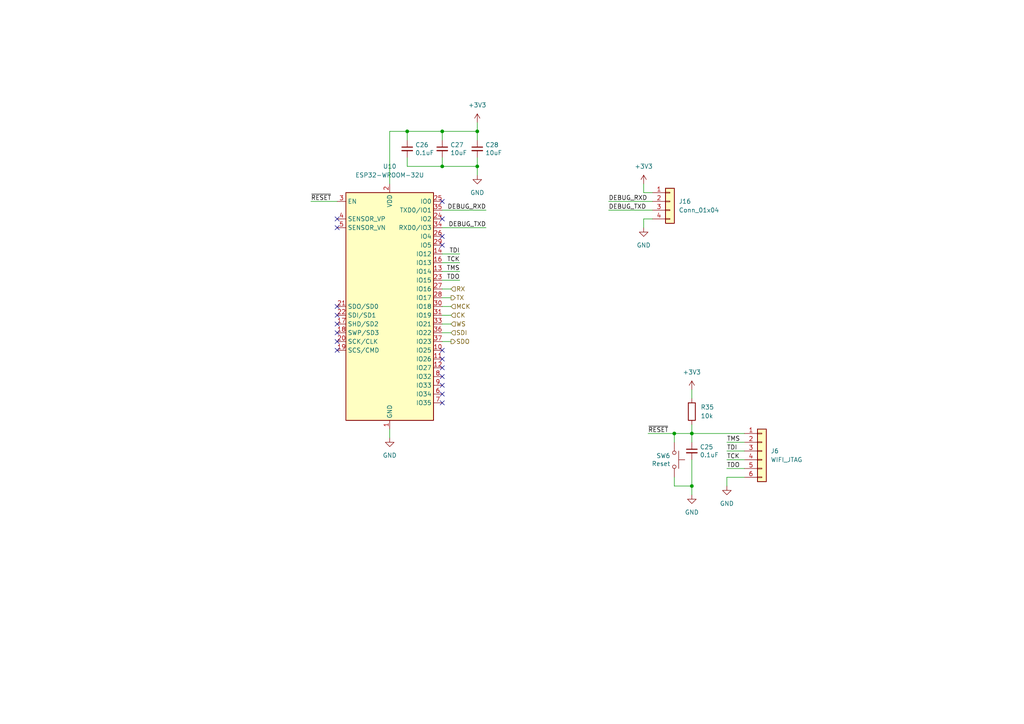
<source format=kicad_sch>
(kicad_sch (version 20210621) (generator eeschema)
  (paper "A4")
  (lib_symbols
    (symbol "Connector_Generic:Conn_01x04" (pin_names (offset 1.016) hide)
      (property "Reference" "J" (at 0 5.08 0))
      (property "Value" "Conn_01x04" (at 0 -7.62 0))
      (symbol "Conn_01x04_1_1"
        (rectangle (start -1.27 -4.953) (end 0 -5.207) (stroke (width 0.1524)))
        (rectangle (start -1.27 -2.413) (end 0 -2.667) (stroke (width 0.1524)))
        (rectangle (start -1.27 0.127) (end 0 -0.127) (stroke (width 0.1524)))
        (rectangle (start -1.27 2.667) (end 0 2.413) (stroke (width 0.1524)))
        (rectangle (start -1.27 3.81) (end 1.27 -6.35) (stroke (width 0.254)) (fill (type background)))
        (pin passive line (at -5.08 2.54 0) (length 3.81) (name "Pin_1") (number "1"))
        (pin passive line (at -5.08 0 0) (length 3.81) (name "Pin_2") (number "2"))
        (pin passive line (at -5.08 -2.54 0) (length 3.81) (name "Pin_3") (number "3"))
        (pin passive line (at -5.08 -5.08 0) (length 3.81) (name "Pin_4") (number "4"))
      )
    )
    (symbol "Connector_Generic:Conn_01x06" (pin_names (offset 1.016) hide)
      (property "Reference" "J" (at 0 7.62 0))
      (property "Value" "Conn_01x06" (at 0 -10.16 0))
      (symbol "Conn_01x06_1_1"
        (rectangle (start -1.27 -7.493) (end 0 -7.747) (stroke (width 0.1524)))
        (rectangle (start -1.27 -4.953) (end 0 -5.207) (stroke (width 0.1524)))
        (rectangle (start -1.27 -2.413) (end 0 -2.667) (stroke (width 0.1524)))
        (rectangle (start -1.27 0.127) (end 0 -0.127) (stroke (width 0.1524)))
        (rectangle (start -1.27 2.667) (end 0 2.413) (stroke (width 0.1524)))
        (rectangle (start -1.27 5.207) (end 0 4.953) (stroke (width 0.1524)))
        (rectangle (start -1.27 6.35) (end 1.27 -8.89) (stroke (width 0.254)) (fill (type background)))
        (pin passive line (at -5.08 5.08 0) (length 3.81) (name "Pin_1") (number "1"))
        (pin passive line (at -5.08 2.54 0) (length 3.81) (name "Pin_2") (number "2"))
        (pin passive line (at -5.08 0 0) (length 3.81) (name "Pin_3") (number "3"))
        (pin passive line (at -5.08 -2.54 0) (length 3.81) (name "Pin_4") (number "4"))
        (pin passive line (at -5.08 -5.08 0) (length 3.81) (name "Pin_5") (number "5"))
        (pin passive line (at -5.08 -7.62 0) (length 3.81) (name "Pin_6") (number "6"))
      )
    )
    (symbol "Device:C_Small" (pin_numbers hide) (pin_names (offset 0.254) hide)
      (property "Reference" "C" (at 0.254 1.778 0))
      (property "Value" "C_Small" (at 0.254 -2.032 0))
      (symbol "C_Small_0_1"
        (polyline (pts (xy -1.524 -0.508) (xy 1.524 -0.508)) (stroke (width 0.3302)))
        (polyline (pts (xy -1.524 0.508) (xy 1.524 0.508)) (stroke (width 0.3048)))
      )
      (symbol "C_Small_1_1"
        (pin passive line (at 0 2.54 270) (length 2.032) (name "~") (number "1"))
        (pin passive line (at 0 -2.54 90) (length 2.032) (name "~") (number "2"))
      )
    )
    (symbol "Device:R" (pin_numbers hide) (pin_names (offset 0))
      (property "Reference" "R" (at 2.032 0 90))
      (property "Value" "R" (at 0 0 90))
      (symbol "R_0_1"
        (rectangle (start -1.016 -2.54) (end 1.016 2.54) (stroke (width 0.254)))
      )
      (symbol "R_1_1"
        (pin passive line (at 0 3.81 270) (length 1.27) (name "~") (number "1"))
        (pin passive line (at 0 -3.81 90) (length 1.27) (name "~") (number "2"))
      )
    )
    (symbol "RF_Module:ESP32-WROOM-32U"
      (property "Reference" "U" (at -12.7 34.29 0))
      (property "Value" "ESP32-WROOM-32U" (at 1.27 34.29 0))
      (symbol "ESP32-WROOM-32U_0_1"
        (rectangle (start -12.7 33.02) (end 12.7 -33.02) (stroke (width 0.254)) (fill (type background)))
      )
      (symbol "ESP32-WROOM-32U_1_1"
        (pin power_in line (at 0 -35.56 90) (length 2.54) (name "GND") (number "1"))
        (pin bidirectional line (at 15.24 -12.7 180) (length 2.54) (name "IO25") (number "10"))
        (pin bidirectional line (at 15.24 -15.24 180) (length 2.54) (name "IO26") (number "11"))
        (pin bidirectional line (at 15.24 -17.78 180) (length 2.54) (name "IO27") (number "12"))
        (pin bidirectional line (at 15.24 10.16 180) (length 2.54) (name "IO14") (number "13"))
        (pin bidirectional line (at 15.24 15.24 180) (length 2.54) (name "IO12") (number "14"))
        (pin passive line (at 0 -35.56 90) (length 2.54) hide (name "GND") (number "15"))
        (pin bidirectional line (at 15.24 12.7 180) (length 2.54) (name "IO13") (number "16"))
        (pin bidirectional line (at -15.24 -5.08 0) (length 2.54) (name "SHD/SD2") (number "17"))
        (pin bidirectional line (at -15.24 -7.62 0) (length 2.54) (name "SWP/SD3") (number "18"))
        (pin bidirectional line (at -15.24 -12.7 0) (length 2.54) (name "SCS/CMD") (number "19"))
        (pin power_in line (at 0 35.56 270) (length 2.54) (name "VDD") (number "2"))
        (pin bidirectional line (at -15.24 -10.16 0) (length 2.54) (name "SCK/CLK") (number "20"))
        (pin bidirectional line (at -15.24 0 0) (length 2.54) (name "SDO/SD0") (number "21"))
        (pin bidirectional line (at -15.24 -2.54 0) (length 2.54) (name "SDI/SD1") (number "22"))
        (pin bidirectional line (at 15.24 7.62 180) (length 2.54) (name "IO15") (number "23"))
        (pin bidirectional line (at 15.24 25.4 180) (length 2.54) (name "IO2") (number "24"))
        (pin bidirectional line (at 15.24 30.48 180) (length 2.54) (name "IO0") (number "25"))
        (pin bidirectional line (at 15.24 20.32 180) (length 2.54) (name "IO4") (number "26"))
        (pin bidirectional line (at 15.24 5.08 180) (length 2.54) (name "IO16") (number "27"))
        (pin bidirectional line (at 15.24 2.54 180) (length 2.54) (name "IO17") (number "28"))
        (pin bidirectional line (at 15.24 17.78 180) (length 2.54) (name "IO5") (number "29"))
        (pin input line (at -15.24 30.48 0) (length 2.54) (name "EN") (number "3"))
        (pin bidirectional line (at 15.24 0 180) (length 2.54) (name "IO18") (number "30"))
        (pin bidirectional line (at 15.24 -2.54 180) (length 2.54) (name "IO19") (number "31"))
        (pin no_connect line (at -12.7 -27.94 0) (length 2.54) hide (name "NC") (number "32"))
        (pin bidirectional line (at 15.24 -5.08 180) (length 2.54) (name "IO21") (number "33"))
        (pin bidirectional line (at 15.24 22.86 180) (length 2.54) (name "RXD0/IO3") (number "34"))
        (pin bidirectional line (at 15.24 27.94 180) (length 2.54) (name "TXD0/IO1") (number "35"))
        (pin bidirectional line (at 15.24 -7.62 180) (length 2.54) (name "IO22") (number "36"))
        (pin bidirectional line (at 15.24 -10.16 180) (length 2.54) (name "IO23") (number "37"))
        (pin passive line (at 0 -35.56 90) (length 2.54) hide (name "GND") (number "38"))
        (pin passive line (at 0 -35.56 90) (length 2.54) hide (name "GND") (number "39"))
        (pin input line (at -15.24 25.4 0) (length 2.54) (name "SENSOR_VP") (number "4"))
        (pin input line (at -15.24 22.86 0) (length 2.54) (name "SENSOR_VN") (number "5"))
        (pin input line (at 15.24 -25.4 180) (length 2.54) (name "IO34") (number "6"))
        (pin input line (at 15.24 -27.94 180) (length 2.54) (name "IO35") (number "7"))
        (pin bidirectional line (at 15.24 -20.32 180) (length 2.54) (name "IO32") (number "8"))
        (pin bidirectional line (at 15.24 -22.86 180) (length 2.54) (name "IO33") (number "9"))
      )
    )
    (symbol "Switch:SW_Push" (pin_numbers hide) (pin_names (offset 1.016) hide)
      (property "Reference" "SW" (at 1.27 2.54 0))
      (property "Value" "SW_Push" (at 0 -1.524 0))
      (symbol "SW_Push_0_1"
        (circle (center -2.032 0) (radius 0.508))
        (polyline (pts (xy 0 1.27) (xy 0 3.048)))
        (polyline (pts (xy 2.54 1.27) (xy -2.54 1.27)))
        (circle (center 2.032 0) (radius 0.508))
        (pin passive line (at -5.08 0 0) (length 2.54) (name "1") (number "1"))
        (pin passive line (at 5.08 0 180) (length 2.54) (name "2") (number "2"))
      )
    )
    (symbol "power:+3.3V" (power) (pin_names (offset 0))
      (property "Value" "+3.3V" (at 0 3.556 0))
      (symbol "+3.3V_0_1"
        (polyline (pts (xy -0.762 1.27) (xy 0 2.54)))
        (polyline (pts (xy 0 0) (xy 0 2.54)))
        (polyline (pts (xy 0 2.54) (xy 0.762 1.27)))
      )
      (symbol "+3.3V_1_1"
        (pin power_in line (at 0 0 90) (length 0) hide (name "+3V3") (number "1"))
      )
    )
    (symbol "power:GND" (power) (pin_names (offset 0))
      (property "Value" "GND" (at 0 -3.81 0))
      (symbol "GND_0_1"
        (polyline (pts (xy 0 0) (xy 0 -1.27) (xy 1.27 -1.27) (xy 0 -2.54) (xy -1.27 -1.27) (xy 0 -1.27)))
      )
      (symbol "GND_1_1"
        (pin power_in line (at 0 0 270) (length 0) hide (name "GND") (number "1"))
      )
    )
  )
  (junction (at 200.66 140.97))
  (junction (at 195.58 125.73))
  (junction (at 138.43 38.1))
  (junction (at 128.27 48.26))
  (junction (at 200.66 125.73))
  (junction (at 138.43 48.26))
  (junction (at 128.27 38.1))
  (junction (at 118.11 38.1))
  (no_connect (at 128.27 101.6))
  (no_connect (at 128.27 104.14))
  (no_connect (at 128.27 106.68))
  (no_connect (at 128.27 109.22))
  (no_connect (at 128.27 111.76))
  (no_connect (at 128.27 114.3))
  (no_connect (at 128.27 116.84))
  (no_connect (at 128.27 58.42))
  (no_connect (at 128.27 63.5))
  (no_connect (at 128.27 68.58))
  (no_connect (at 128.27 71.12))
  (no_connect (at 97.79 63.5))
  (no_connect (at 97.79 66.04))
  (no_connect (at 97.79 88.9))
  (no_connect (at 97.79 91.44))
  (no_connect (at 97.79 93.98))
  (no_connect (at 97.79 96.52))
  (no_connect (at 97.79 99.06))
  (no_connect (at 97.79 101.6))
  (wire (pts (xy 128.27 73.66) (xy 133.35 73.66)))
  (wire (pts (xy 113.03 38.1) (xy 118.11 38.1)))
  (wire (pts (xy 113.03 53.34) (xy 113.03 38.1)))
  (wire (pts (xy 128.27 81.28) (xy 133.35 81.28)))
  (wire (pts (xy 140.97 66.04) (xy 128.27 66.04)))
  (wire (pts (xy 200.66 123.19) (xy 200.66 125.73)))
  (wire (pts (xy 128.27 38.1) (xy 118.11 38.1)))
  (wire (pts (xy 118.11 38.1) (xy 118.11 40.64)))
  (wire (pts (xy 138.43 38.1) (xy 128.27 38.1)))
  (wire (pts (xy 138.43 40.64) (xy 138.43 38.1)))
  (wire (pts (xy 210.82 135.89) (xy 215.9 135.89)))
  (wire (pts (xy 215.9 133.35) (xy 210.82 133.35)))
  (wire (pts (xy 113.03 124.46) (xy 113.03 127)))
  (wire (pts (xy 128.27 99.06) (xy 130.81 99.06)))
  (wire (pts (xy 90.17 58.42) (xy 97.79 58.42)))
  (wire (pts (xy 176.53 60.96) (xy 189.23 60.96)))
  (wire (pts (xy 200.66 113.03) (xy 200.66 115.57)))
  (wire (pts (xy 128.27 96.52) (xy 130.81 96.52)))
  (wire (pts (xy 210.82 128.27) (xy 215.9 128.27)))
  (wire (pts (xy 186.69 55.88) (xy 186.69 53.34)))
  (wire (pts (xy 189.23 55.88) (xy 186.69 55.88)))
  (wire (pts (xy 200.66 125.73) (xy 200.66 128.27)))
  (wire (pts (xy 118.11 48.26) (xy 128.27 48.26)))
  (wire (pts (xy 118.11 45.72) (xy 118.11 48.26)))
  (wire (pts (xy 128.27 48.26) (xy 138.43 48.26)))
  (wire (pts (xy 195.58 138.43) (xy 195.58 140.97)))
  (wire (pts (xy 195.58 140.97) (xy 200.66 140.97)))
  (wire (pts (xy 215.9 130.81) (xy 210.82 130.81)))
  (wire (pts (xy 128.27 88.9) (xy 130.81 88.9)))
  (wire (pts (xy 187.96 125.73) (xy 195.58 125.73)))
  (wire (pts (xy 195.58 125.73) (xy 200.66 125.73)))
  (wire (pts (xy 200.66 125.73) (xy 215.9 125.73)))
  (wire (pts (xy 176.53 58.42) (xy 189.23 58.42)))
  (wire (pts (xy 140.97 60.96) (xy 128.27 60.96)))
  (wire (pts (xy 210.82 138.43) (xy 215.9 138.43)))
  (wire (pts (xy 210.82 140.97) (xy 210.82 138.43)))
  (wire (pts (xy 128.27 76.2) (xy 133.35 76.2)))
  (wire (pts (xy 128.27 78.74) (xy 133.35 78.74)))
  (wire (pts (xy 128.27 38.1) (xy 128.27 40.64)))
  (wire (pts (xy 128.27 93.98) (xy 130.81 93.98)))
  (wire (pts (xy 128.27 86.36) (xy 130.81 86.36)))
  (wire (pts (xy 128.27 45.72) (xy 128.27 48.26)))
  (wire (pts (xy 128.27 83.82) (xy 130.81 83.82)))
  (wire (pts (xy 128.27 91.44) (xy 130.81 91.44)))
  (wire (pts (xy 138.43 35.56) (xy 138.43 38.1)))
  (wire (pts (xy 200.66 133.35) (xy 200.66 140.97)))
  (wire (pts (xy 200.66 140.97) (xy 200.66 143.51)))
  (wire (pts (xy 186.69 63.5) (xy 189.23 63.5)))
  (wire (pts (xy 186.69 66.04) (xy 186.69 63.5)))
  (wire (pts (xy 195.58 125.73) (xy 195.58 128.27)))
  (wire (pts (xy 138.43 45.72) (xy 138.43 48.26)))
  (wire (pts (xy 138.43 48.26) (xy 138.43 50.8)))
  (label "DEBUG_RXD" (at 176.53 58.42 0))
  (label "~{RESET}" (at 187.96 125.73 0))
  (label "TMS" (at 133.35 78.74 180))
  (label "~{RESET}" (at 90.17 58.42 0))
  (label "DEBUG_TXD" (at 140.97 66.04 180))
  (label "TCK" (at 133.35 76.2 180))
  (label "TCK" (at 210.82 133.35 0))
  (label "TDO" (at 133.35 81.28 180))
  (label "DEBUG_TXD" (at 176.53 60.96 0))
  (label "TDO" (at 210.82 135.89 0))
  (label "TMS" (at 210.82 128.27 0))
  (label "TDI" (at 133.35 73.66 180))
  (label "TDI" (at 210.82 130.81 0))
  (label "DEBUG_RXD" (at 140.97 60.96 180))
  (hierarchical_label "WS" (shape input) (at 130.81 93.98 0))
  (hierarchical_label "RX" (shape input) (at 130.81 83.82 0))
  (hierarchical_label "SDO" (shape output) (at 130.81 99.06 0))
  (hierarchical_label "TX" (shape output) (at 130.81 86.36 0))
  (hierarchical_label "SDI" (shape input) (at 130.81 96.52 0))
  (hierarchical_label "CK" (shape input) (at 130.81 91.44 0))
  (hierarchical_label "MCK" (shape input) (at 130.81 88.9 0))
  (symbol (lib_id "Device:C_Small") (at 128.27 43.18 0) (unit 1)
    (property "Reference" "C27" (at 130.5942 42.0306 0) (effects (justify left)))
    (property "Value" "10uF" (at 130.594 44.3296 0) (effects (justify left)))
    (property "Footprint" "Capacitor_SMD:C_0805_2012Metric" (effects hide))
    (property "Mouser" "581-06033C104KAT4A" (effects hide))
    (property "Part Name" "AVX 06033C104KAT4A" (effects hide))
  )
  (symbol (lib_id "Device:C_Small") (at 138.43 43.18 0) (unit 1)
    (property "Reference" "C28" (at 140.7542 42.0306 0) (effects (justify left)))
    (property "Value" "10uF" (at 140.754 44.3296 0) (effects (justify left)))
    (property "Footprint" "Capacitor_SMD:C_0805_2012Metric" (effects hide))
    (property "Mouser" "581-06033C104KAT4A" (effects hide))
    (property "Part Name" "AVX 06033C104KAT4A" (effects hide))
  )
  (symbol (lib_id "power:GND") (at 200.66 143.51 0) (unit 1)
    (property "Reference" "#PWR0184" (effects hide))
    (property "Value" "GND" (at 200.66 148.59 0))
  )
  (symbol (lib_id "power:GND") (at 210.82 140.97 0) (mirror y) (unit 1)
    (property "Reference" "#PWR0179" (effects hide))
    (property "Value" "GND" (at 210.82 146.05 0))
  )
  (symbol (lib_id "Device:C_Small") (at 118.11 43.18 0) (unit 1)
    (property "Reference" "C26" (at 120.4342 42.0306 0) (effects (justify left)))
    (property "Value" "0.1uF" (at 120.434 44.3296 0) (effects (justify left)))
    (property "Footprint" "Capacitor_SMD:C_0603_1608Metric" (effects hide))
    (property "Mouser" "581-06033C104KAT4A" (effects hide))
    (property "Part Name" "AVX 06033C104KAT4A" (effects hide))
  )
  (symbol (lib_id "Switch:SW_Push") (at 195.58 133.35 270) (mirror x) (unit 1)
    (property "Reference" "SW6" (at 194.4369 132.2006 90) (effects (justify right)))
    (property "Value" "Reset" (at 194.4369 134.4993 90) (effects (justify right)))
    (property "Footprint" "Button_Switch_SMD:SW_SPST_PTS810" (effects hide))
    (property "Mouser" "506-FSM4JSMA" (effects hide))
    (property "Part Name" "TE Connectivity FSM4JSMA" (effects hide))
  )
  (symbol (lib_id "power:+3.3V") (at 200.66 113.03 0) (unit 1)
    (property "Reference" "#PWR0180" (effects hide))
    (property "Value" "+3.3V" (at 200.66 107.95 0))
  )
  (symbol (lib_id "power:+3.3V") (at 138.43 35.56 0) (unit 1)
    (property "Reference" "#PWR0167" (effects hide))
    (property "Value" "+3.3V" (at 138.43 30.48 0))
  )
  (symbol (lib_id "Device:C_Small") (at 200.66 130.81 0) (unit 1)
    (property "Reference" "C25" (at 202.9842 129.6606 0) (effects (justify left)))
    (property "Value" "0.1uF" (at 202.984 131.9596 0) (effects (justify left)))
    (property "Footprint" "Capacitor_SMD:C_0603_1608Metric" (effects hide))
    (property "Mouser" "581-06033C104KAT4A" (effects hide))
    (property "Part Name" "AVX 06033C104KAT4A" (effects hide))
  )
  (symbol (lib_id "Connector_Generic:Conn_01x04") (at 194.31 58.42 0) (unit 1)
    (property "Reference" "J16" (at 196.85 58.4199 0) (effects (justify left)))
    (property "Value" "Conn_01x04" (at 196.85 60.9599 0) (effects (justify left)))
    (property "Footprint" "Connector_PinHeader_2.54mm:PinHeader_1x04_P2.54mm_Vertical" (effects hide))
  )
  (symbol (lib_id "RF_Module:ESP32-WROOM-32U") (at 113.03 88.9 0) (unit 1)
    (property "Reference" "U10" (at 113.03 48.26 0))
    (property "Value" "ESP32-WROOM-32U" (at 113.03 50.8 0))
    (property "Footprint" "RF_Module:ESP32-WROOM-32U" (effects hide))
    (property "Datasheet" "https://www.espressif.com/sites/default/files/documentation/esp32-wroom-32d_esp32-wroom-32u_datasheet_en.pdf" (effects hide))
  )
  (symbol (lib_id "power:GND") (at 113.03 127 0) (unit 1)
    (property "Reference" "#PWR0183" (effects hide))
    (property "Value" "GND" (at 113.03 132.08 0))
  )
  (symbol (lib_id "power:+3.3V") (at 186.69 53.34 0) (unit 1)
    (property "Reference" "#PWR0182" (effects hide))
    (property "Value" "+3.3V" (at 186.69 48.26 0))
  )
  (symbol (lib_id "power:GND") (at 186.69 66.04 0) (unit 1)
    (property "Reference" "#PWR0181" (effects hide))
    (property "Value" "GND" (at 186.69 71.12 0))
  )
  (symbol (lib_id "Connector_Generic:Conn_01x06") (at 220.98 130.81 0) (unit 1)
    (property "Reference" "J6" (at 223.52 130.8099 0) (effects (justify left)))
    (property "Value" "WIFI_JTAG" (at 223.52 133.3499 0) (effects (justify left)))
    (property "Footprint" "Connector_PinHeader_2.54mm:PinHeader_1x06_P2.54mm_Vertical" (effects hide))
  )
  (symbol (lib_id "Device:R") (at 200.66 119.38 0) (unit 1)
    (property "Reference" "R35" (at 203.2 118.1099 0) (effects (justify left)))
    (property "Value" "10k" (at 203.2 120.6499 0) (effects (justify left)))
    (property "Footprint" "Resistor_SMD:R_0603_1608Metric" (effects hide))
  )
  (symbol (lib_id "power:GND") (at 138.43 50.8 0) (unit 1)
    (property "Reference" "#PWR0161" (effects hide))
    (property "Value" "GND" (at 138.43 55.88 0))
  )
)
</source>
